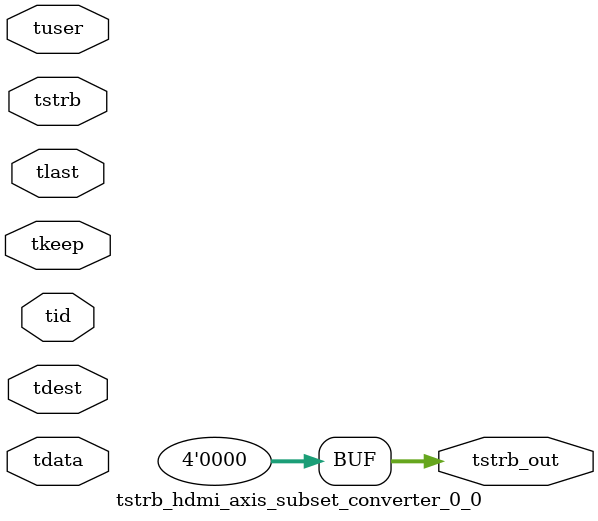
<source format=v>


`timescale 1ps/1ps

module tstrb_hdmi_axis_subset_converter_0_0 #
(
parameter C_S_AXIS_TDATA_WIDTH = 32,
parameter C_S_AXIS_TUSER_WIDTH = 0,
parameter C_S_AXIS_TID_WIDTH   = 0,
parameter C_S_AXIS_TDEST_WIDTH = 0,
parameter C_M_AXIS_TDATA_WIDTH = 32
)
(
input  [(C_S_AXIS_TDATA_WIDTH == 0 ? 1 : C_S_AXIS_TDATA_WIDTH)-1:0     ] tdata,
input  [(C_S_AXIS_TUSER_WIDTH == 0 ? 1 : C_S_AXIS_TUSER_WIDTH)-1:0     ] tuser,
input  [(C_S_AXIS_TID_WIDTH   == 0 ? 1 : C_S_AXIS_TID_WIDTH)-1:0       ] tid,
input  [(C_S_AXIS_TDEST_WIDTH == 0 ? 1 : C_S_AXIS_TDEST_WIDTH)-1:0     ] tdest,
input  [(C_S_AXIS_TDATA_WIDTH/8)-1:0 ] tkeep,
input  [(C_S_AXIS_TDATA_WIDTH/8)-1:0 ] tstrb,
input                                                                    tlast,
output [(C_M_AXIS_TDATA_WIDTH/8)-1:0 ] tstrb_out
);

assign tstrb_out = {1'b0};

endmodule


</source>
